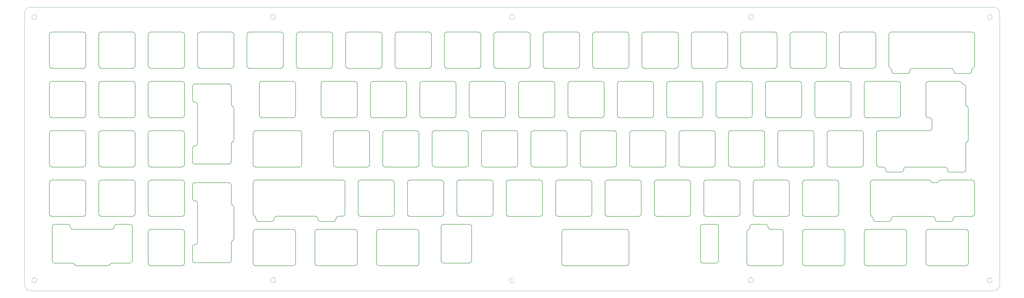
<source format=gbr>
%TF.GenerationSoftware,KiCad,Pcbnew,6.0.10-86aedd382b~118~ubuntu22.10.1*%
%TF.CreationDate,2023-02-06T19:01:29+01:00*%
%TF.ProjectId,southpaw75-ansi-iso-plate,736f7574-6870-4617-9737-352d616e7369,rev?*%
%TF.SameCoordinates,Original*%
%TF.FileFunction,Profile,NP*%
%FSLAX46Y46*%
G04 Gerber Fmt 4.6, Leading zero omitted, Abs format (unit mm)*
G04 Created by KiCad (PCBNEW 6.0.10-86aedd382b~118~ubuntu22.10.1) date 2023-02-06 19:01:29*
%MOMM*%
%LPD*%
G01*
G04 APERTURE LIST*
%TA.AperFunction,Profile*%
%ADD10C,0.050000*%
%TD*%
%TA.AperFunction,Profile*%
%ADD11C,0.200000*%
%TD*%
G04 APERTURE END LIST*
D10*
X385810250Y-88027000D02*
X392954000Y-88027000D01*
X392954000Y-88027000D02*
X395335250Y-88027000D01*
X21479000Y-195183250D02*
X21479000Y-90408250D01*
X397716500Y-90408250D02*
X397716500Y-195183250D01*
D11*
X82220006Y-187850007D02*
G75*
G03*
X83220007Y-186850007I94J999907D01*
G01*
X350202760Y-148751340D02*
G75*
G03*
X351202692Y-149751340I999940J-60D01*
G01*
X55377050Y-186850007D02*
G75*
G03*
X54511025Y-187350000I50J-1000093D01*
G01*
X240382571Y-167800038D02*
X240382571Y-155800031D01*
X253670078Y-97650000D02*
X241670072Y-97650000D01*
X141657518Y-149750028D02*
X153657524Y-149750028D01*
X182263790Y-172850041D02*
X182263790Y-185850048D01*
X83220000Y-174850001D02*
G75*
G03*
X82220006Y-173850000I-1000000J1D01*
G01*
X297820092Y-110650007D02*
G75*
G03*
X298820103Y-111650008I1000008J7D01*
G01*
X107319992Y-110650007D02*
G75*
G03*
X108320000Y-111650008I1000008J7D01*
G01*
X315582612Y-154800031D02*
X303582605Y-154800031D01*
X229763815Y-187850049D02*
X253670078Y-187850049D01*
X346445128Y-173850127D02*
G75*
G03*
X345445127Y-174850042I72J-1000073D01*
G01*
X370252691Y-116701391D02*
G75*
G03*
X369252691Y-117701340I-91J-999909D01*
G01*
X182232540Y-154800031D02*
X170232533Y-154800031D01*
X283532662Y-167800038D02*
G75*
G03*
X284532595Y-168800038I999938J-62D01*
G01*
X287007596Y-149750096D02*
G75*
G03*
X288007596Y-148750028I-96J1000096D01*
G01*
X269245087Y-117700011D02*
X269245087Y-129700017D01*
X307057579Y-136750021D02*
G75*
G03*
X306057607Y-135750021I-999979J21D01*
G01*
X164182469Y-155800031D02*
G75*
G03*
X163182530Y-154800031I-999969J31D01*
G01*
X150182461Y-167800038D02*
G75*
G03*
X151182523Y-168800039I1000039J38D01*
G01*
X231145082Y-129700017D02*
G75*
G03*
X232145067Y-130700018I1000018J17D01*
G01*
X354970113Y-110650001D02*
G75*
G03*
X355513630Y-111539724I999987J1D01*
G01*
X225095063Y-130700064D02*
G75*
G03*
X226095064Y-129700017I-63J1000064D01*
G01*
X326107617Y-148750028D02*
X326107617Y-136750021D01*
X317870113Y-97650012D02*
G75*
G03*
X316870112Y-98650001I87J-1000088D01*
G01*
X159420027Y-110650007D02*
X159420027Y-98650001D01*
X358445135Y-130700036D02*
G75*
G03*
X359445136Y-129700017I65J999936D01*
G01*
X347821397Y-167800038D02*
G75*
G03*
X348370894Y-168802970I1189903J-62D01*
G01*
X183520041Y-98650001D02*
X183520041Y-110650007D01*
X183519993Y-110650007D02*
G75*
G03*
X184520041Y-111650007I1000007J7D01*
G01*
X239382571Y-154800031D02*
X227382564Y-154800031D01*
X87269999Y-179712999D02*
G75*
G03*
X86269999Y-180712974I1J-1000001D01*
G01*
X300760726Y-173952343D02*
G75*
G03*
X300201353Y-174850042I440574J-897657D01*
G01*
X151182523Y-168800039D02*
X163182530Y-168800039D01*
X269245083Y-129700017D02*
G75*
G03*
X270245087Y-130700017I1000017J17D01*
G01*
X350202692Y-136751340D02*
X350202692Y-148751340D01*
X177470037Y-97650000D02*
X165470031Y-97650000D01*
X254670079Y-110650007D02*
X254670079Y-98650001D01*
X145140461Y-155775939D02*
G75*
G03*
X144140392Y-154775939I-1000061J-61D01*
G01*
X82220006Y-97650000D02*
X70220000Y-97650000D01*
X337013873Y-187850074D02*
G75*
G03*
X338013874Y-186850048I-73J1000074D01*
G01*
X197807471Y-148750028D02*
G75*
G03*
X198807549Y-149750029I1000029J28D01*
G01*
X385133929Y-140092342D02*
G75*
G03*
X385633942Y-139226340I-499829J865942D01*
G01*
D10*
X21479000Y-195183250D02*
G75*
G03*
X23860250Y-197564500I2381250J0D01*
G01*
D11*
X87269999Y-141612974D02*
X87269999Y-141612974D01*
X87269999Y-117736999D02*
G75*
G03*
X86269999Y-118736974I1J-1000001D01*
G01*
X289295098Y-116699997D02*
G75*
G03*
X288295097Y-117700011I102J-1000103D01*
G01*
X102269986Y-165274974D02*
G75*
G03*
X101770000Y-164408949I-999886J74D01*
G01*
X273720099Y-98650001D02*
G75*
G03*
X272720089Y-97650001I-999999J1D01*
G01*
X126082489Y-117700011D02*
G75*
G03*
X125082509Y-116700011I-999989J11D01*
G01*
X169232562Y-167800038D02*
G75*
G03*
X170232533Y-168800038I999938J-62D01*
G01*
X358445135Y-116700010D02*
X346445128Y-116700010D01*
X346445128Y-130700018D02*
X358445135Y-130700018D01*
X321632561Y-167800038D02*
G75*
G03*
X322632616Y-168800039I1000039J38D01*
G01*
X192757579Y-136750021D02*
G75*
G03*
X191757545Y-135750021I-999979J21D01*
G01*
X82220006Y-130700007D02*
G75*
G03*
X83220007Y-129700007I94J999907D01*
G01*
X245432562Y-167800038D02*
G75*
G03*
X246432574Y-168800038I1000038J38D01*
G01*
X133513763Y-174850042D02*
X133513763Y-186850048D01*
X100269999Y-148612999D02*
G75*
G03*
X101269999Y-147612974I1J999999D01*
G01*
X87269999Y-155836974D02*
X100269999Y-155836974D01*
X298820103Y-97650002D02*
G75*
G03*
X297820102Y-98650001I97J-1000098D01*
G01*
X373289341Y-155800032D02*
X372083443Y-155800031D01*
X101270006Y-111650007D02*
G75*
G03*
X102270007Y-110650007I94J999907D01*
G01*
X108320000Y-97649999D02*
G75*
G03*
X107319999Y-98650001I100J-1000101D01*
G01*
X50169999Y-117700001D02*
X50169999Y-129700007D01*
X89270000Y-111650008D02*
X101270006Y-111650008D01*
X172707535Y-173850041D02*
X158326277Y-173850041D01*
X213095056Y-130700018D02*
X225095063Y-130700018D01*
X384638899Y-173850041D02*
X370257641Y-173850041D01*
X300760756Y-173952406D02*
G75*
G03*
X301320105Y-173054658I-440856J897806D01*
G01*
X265482585Y-154800085D02*
G75*
G03*
X264482585Y-155800031I-85J-999915D01*
G01*
X101270026Y-118736974D02*
G75*
G03*
X100269999Y-117736974I-1000026J-26D01*
G01*
D10*
X302679000Y-91827000D02*
G75*
G03*
X302679000Y-91827000I-950000J0D01*
G01*
D11*
X383153566Y-117267166D02*
G75*
G03*
X382252691Y-116701341I-900866J-434234D01*
G01*
X70220000Y-149750008D02*
X82220006Y-149750008D01*
X146420020Y-97650019D02*
G75*
G03*
X145420019Y-98650001I80J-1000081D01*
G01*
X278770092Y-98650001D02*
X278770092Y-110650007D01*
X248907576Y-149750076D02*
G75*
G03*
X249907576Y-148750028I-76J1000076D01*
G01*
X369257641Y-174850042D02*
X369257641Y-186850048D01*
X83220007Y-186850007D02*
X83220007Y-174850001D01*
D10*
X26229000Y-91827000D02*
G75*
G03*
X26229000Y-91827000I-950000J0D01*
G01*
D11*
X127370010Y-97650009D02*
G75*
G03*
X126370009Y-98650001I90J-1000091D01*
G01*
X51170000Y-149750008D02*
X63170006Y-149750008D01*
X39912949Y-186850000D02*
X33207000Y-186849999D01*
X216857572Y-148750028D02*
G75*
G03*
X217857559Y-149750028I1000028J28D01*
G01*
X201282550Y-154800031D02*
X189282544Y-154800031D01*
X134513764Y-173850063D02*
G75*
G03*
X133513763Y-174850042I-64J-999937D01*
G01*
X32120000Y-97649999D02*
G75*
G03*
X31119999Y-98650001I100J-1000101D01*
G01*
X207045089Y-117700011D02*
G75*
G03*
X206045053Y-116700011I-999989J11D01*
G01*
X141657518Y-135750018D02*
G75*
G03*
X140657518Y-136750021I82J-1000082D01*
G01*
X321345090Y-117700011D02*
G75*
G03*
X320345114Y-116700010I-999990J11D01*
G01*
X62083000Y-186850000D02*
G75*
G03*
X63083000Y-185849999I0J1000000D01*
G01*
X260720082Y-111650008D02*
X272720089Y-111650008D01*
X56083000Y-172849999D02*
X56083000Y-172849999D01*
X307320107Y-171850040D02*
X302320105Y-171850040D01*
X139370017Y-111650018D02*
G75*
G03*
X140370018Y-110650007I83J999918D01*
G01*
X82220006Y-116700000D02*
X70220000Y-116700000D01*
X387476641Y-111539751D02*
G75*
G03*
X386933130Y-112429453I456359J-889649D01*
G01*
X306057607Y-135750021D02*
X294057600Y-135750021D01*
D10*
X302679000Y-193477000D02*
G75*
G03*
X302679000Y-193477000I-950000J0D01*
G01*
D11*
X337013873Y-173850041D02*
X322632616Y-173850041D01*
X306057607Y-149750107D02*
G75*
G03*
X307057607Y-148750028I93J999907D01*
G01*
X244145073Y-116700010D02*
X232145067Y-116700010D01*
X360826386Y-173850041D02*
X346445128Y-173850041D01*
X154945025Y-117700011D02*
X154945025Y-129700017D01*
X322632616Y-154800116D02*
G75*
G03*
X321632616Y-155800031I84J-1000084D01*
G01*
X384633942Y-118788340D02*
X384633942Y-125494289D01*
X231145066Y-117700011D02*
X231145066Y-129700017D01*
X32120000Y-130700008D02*
X44120006Y-130700008D01*
X321632551Y-186850048D02*
G75*
G03*
X322632616Y-187850049I1000049J48D01*
G01*
X148895022Y-116700010D02*
X136895015Y-116700010D01*
X70220000Y-111650008D02*
X82220006Y-111650008D01*
X53645000Y-187850000D02*
X41645000Y-187850000D01*
X112082483Y-129700017D02*
G75*
G03*
X113082502Y-130700017I1000017J17D01*
G01*
X388020112Y-98650001D02*
G75*
G03*
X387015145Y-97650000I-1000012J1D01*
G01*
X174995036Y-130700018D02*
X186995042Y-130700018D01*
X157326276Y-174850042D02*
X157326276Y-186850048D01*
X101270000Y-125442924D02*
X101269999Y-118736974D01*
X70220000Y-97649999D02*
G75*
G03*
X69219999Y-98650001I100J-1000101D01*
G01*
X226382564Y-155800031D02*
X226382564Y-167800038D01*
X64170007Y-129700007D02*
X64170007Y-117700001D01*
X193045083Y-129700017D02*
G75*
G03*
X194045046Y-130700017I1000017J17D01*
G01*
X361826359Y-174850042D02*
G75*
G03*
X360826386Y-173850041I-999959J42D01*
G01*
X353670942Y-150751340D02*
X353670942Y-150751340D01*
X267957586Y-149750086D02*
G75*
G03*
X268957586Y-148750028I-86J1000086D01*
G01*
X370257641Y-173850040D02*
G75*
G03*
X369257640Y-174850042I-41J-999960D01*
G01*
X102269986Y-127174974D02*
G75*
G03*
X101770000Y-126308949I-999886J74D01*
G01*
X69219992Y-129700007D02*
G75*
G03*
X70220000Y-130700008I1000008J7D01*
G01*
X88270026Y-125736974D02*
G75*
G03*
X87269999Y-124736974I-1000026J-26D01*
G01*
X101770011Y-140041019D02*
G75*
G03*
X102270000Y-139174974I-500011J866019D01*
G01*
X86270026Y-161836974D02*
G75*
G03*
X87269999Y-162836974I999974J-26D01*
G01*
X302582605Y-155800031D02*
X302582605Y-167800038D01*
X313201361Y-173850041D02*
X309320108Y-173850041D01*
X222620062Y-97650061D02*
G75*
G03*
X221620061Y-98650001I-62J-999939D01*
G01*
X187995043Y-129700017D02*
X187995043Y-117700011D01*
X221332561Y-167800038D02*
X221332561Y-155800031D01*
X40779013Y-187349978D02*
G75*
G03*
X39912949Y-186850000I-866013J-500022D01*
G01*
X87269999Y-162836974D02*
X87269999Y-162836974D01*
X212094983Y-129700017D02*
G75*
G03*
X213095056Y-130700017I1000017J17D01*
G01*
X383634392Y-151750042D02*
G75*
G03*
X384633942Y-150751340I808J998742D01*
G01*
X86269999Y-156836974D02*
X86269999Y-161836974D01*
X384633931Y-125494289D02*
G75*
G03*
X385133942Y-126360314I999969J-11D01*
G01*
X173994982Y-129700017D02*
G75*
G03*
X174995036Y-130700018I1000018J17D01*
G01*
X208332554Y-168800039D02*
X220332560Y-168800039D01*
X202282551Y-167800038D02*
X202282551Y-155800031D01*
X258432581Y-168800082D02*
G75*
G03*
X259432582Y-167800038I-81J1000082D01*
G01*
X288263847Y-186850047D02*
G75*
G03*
X289263847Y-185850048I-47J1000047D01*
G01*
X110796160Y-169775940D02*
G75*
G03*
X111796141Y-170775940I999940J-60D01*
G01*
X69219999Y-155800001D02*
X69219999Y-167800007D01*
X347821385Y-155800031D02*
X347821385Y-167800038D01*
X83220007Y-129700007D02*
X83220007Y-117700001D01*
X70220000Y-130700008D02*
X82220006Y-130700008D01*
D10*
X395335250Y-197564500D02*
G75*
G03*
X397716500Y-195183250I-50J2381300D01*
G01*
D11*
X194045046Y-130700018D02*
X206045053Y-130700018D01*
X278482570Y-155800031D02*
G75*
G03*
X277482591Y-154800030I-999970J31D01*
G01*
X88270026Y-163836974D02*
G75*
G03*
X87269999Y-162836974I-1000026J-26D01*
G01*
X273720089Y-110650007D02*
X273720089Y-98650001D01*
X87269999Y-155836999D02*
G75*
G03*
X86269999Y-156836974I1J-1000001D01*
G01*
X255957580Y-149750028D02*
X267957586Y-149750028D01*
X264195084Y-129700017D02*
X264195084Y-117700011D01*
X89270000Y-97649999D02*
G75*
G03*
X88269999Y-98650001I100J-1000101D01*
G01*
X270245087Y-130700018D02*
X282245094Y-130700018D01*
X207332553Y-155800031D02*
X207332553Y-167800038D01*
X345445128Y-117700011D02*
X345445128Y-129700017D01*
X291770099Y-111650000D02*
G75*
G03*
X292770100Y-110650007I101J999900D01*
G01*
X51170000Y-116699999D02*
G75*
G03*
X50169999Y-117700001I100J-1000101D01*
G01*
X268957587Y-148750028D02*
X268957587Y-136750021D01*
X82220006Y-135750000D02*
X70220000Y-135750000D01*
X102270000Y-165274974D02*
X102270000Y-177274974D01*
X240669992Y-110650007D02*
G75*
G03*
X241670072Y-111650008I1000008J7D01*
G01*
X246432574Y-154800074D02*
G75*
G03*
X245432574Y-155800031I-74J-999926D01*
G01*
X165470031Y-97649930D02*
G75*
G03*
X164470030Y-98650001I169J-1000170D01*
G01*
X356057141Y-112429447D02*
G75*
G03*
X355513630Y-111539724I-1000241J-153D01*
G01*
X83220007Y-167800007D02*
X83220007Y-155800001D01*
X386933130Y-112429453D02*
X386933151Y-112650008D01*
X206045053Y-130700054D02*
G75*
G03*
X207045054Y-129700017I-53J1000054D01*
G01*
X38207000Y-171849999D02*
X33207000Y-171849999D01*
X110796112Y-169555386D02*
G75*
G03*
X110252642Y-168665663I-1000212J-114D01*
G01*
X101270000Y-179007025D02*
X101269999Y-185712974D01*
X63170006Y-111650007D02*
G75*
G03*
X64170007Y-110650007I94J999907D01*
G01*
X359445136Y-129700017D02*
X359445136Y-117700011D01*
X44120006Y-149750007D02*
G75*
G03*
X45120007Y-148750007I94J999907D01*
G01*
X178757472Y-148750028D02*
G75*
G03*
X179757538Y-149750028I1000028J28D01*
G01*
X320345114Y-116700010D02*
X308345108Y-116700010D01*
X226094989Y-117700011D02*
G75*
G03*
X225095063Y-116700011I-999989J11D01*
G01*
X371217446Y-155300014D02*
G75*
G03*
X372083443Y-155800032I866054J500014D01*
G01*
X264482584Y-155800031D02*
X264482584Y-167800038D01*
X348913361Y-169800039D02*
G75*
G03*
X349913380Y-170800039I1000039J39D01*
G01*
X70220000Y-116699999D02*
G75*
G03*
X69219999Y-117700001I100J-1000101D01*
G01*
X40778975Y-187350000D02*
G75*
G03*
X41645000Y-187850000I866025J500000D01*
G01*
X172707535Y-135750021D02*
X160707528Y-135750021D01*
D10*
X23860250Y-88027000D02*
G75*
G03*
X21479000Y-90408250I0J-2381250D01*
G01*
D11*
X372789462Y-169800039D02*
G75*
G03*
X371789392Y-168800038I-1000062J-61D01*
G01*
X32120000Y-154799999D02*
G75*
G03*
X31119999Y-155800001I100J-1000101D01*
G01*
X87269999Y-124736974D02*
X87269999Y-124736974D01*
X87269999Y-179712974D02*
X87269999Y-179712974D01*
D10*
X394829000Y-91827000D02*
G75*
G03*
X394829000Y-91827000I-950000J0D01*
G01*
D11*
X380789398Y-168800038D02*
X387021398Y-168800039D01*
X86269999Y-180712974D02*
X86269999Y-185712974D01*
X345157628Y-148750028D02*
X345157628Y-136750021D01*
X345445083Y-129700017D02*
G75*
G03*
X346445128Y-130700017I1000017J17D01*
G01*
X167945032Y-130700033D02*
G75*
G03*
X168945033Y-129700017I68J999933D01*
G01*
X32120000Y-168800008D02*
X44120006Y-168800008D01*
X184520041Y-97650040D02*
G75*
G03*
X183520040Y-98650001I-41J-999960D01*
G01*
X144140392Y-168775992D02*
G75*
G03*
X145140392Y-167775940I-92J1000092D01*
G01*
X361675887Y-149750028D02*
X376551895Y-149750028D01*
X70220000Y-173849999D02*
G75*
G03*
X69219999Y-174850001I100J-1000101D01*
G01*
X321632615Y-174850042D02*
X321632615Y-186850048D01*
X160707528Y-149750028D02*
X172707535Y-149750028D01*
X55083000Y-173850000D02*
X40207000Y-173850000D01*
X192757545Y-148750028D02*
X192757545Y-136750021D01*
X321345115Y-129700017D02*
X321345115Y-117700011D01*
X158420027Y-97650000D02*
X146420020Y-97650000D01*
X236907569Y-135750069D02*
G75*
G03*
X235907569Y-136750021I-69J-999931D01*
G01*
X45120007Y-129700007D02*
X45120007Y-117700001D01*
X125082509Y-130700010D02*
G75*
G03*
X126082510Y-129700017I91J999910D01*
G01*
X203570051Y-111650008D02*
X215570058Y-111650008D01*
D10*
X210529000Y-91827000D02*
G75*
G03*
X210529000Y-91827000I-950000J0D01*
G01*
D11*
X338013874Y-186850048D02*
X338013874Y-174850042D01*
X302320105Y-171850104D02*
G75*
G03*
X301320104Y-172850041I-105J-999896D01*
G01*
X198807549Y-135750049D02*
G75*
G03*
X197807549Y-136750021I-49J-999951D01*
G01*
X245432574Y-155800031D02*
X245432574Y-167800038D01*
X86269999Y-142612974D02*
X86269999Y-147612974D01*
X263195084Y-116700010D02*
X251195077Y-116700010D01*
X63170006Y-149750007D02*
G75*
G03*
X64170007Y-148750007I94J999907D01*
G01*
X183263790Y-171850089D02*
G75*
G03*
X182263789Y-172850041I-90J-999911D01*
G01*
X191757545Y-149750045D02*
G75*
G03*
X192757545Y-148750028I-45J1000045D01*
G01*
X63170006Y-116700000D02*
X51170000Y-116700000D01*
X336920123Y-97650022D02*
G75*
G03*
X335920122Y-98650001I77J-1000078D01*
G01*
X101270016Y-163542924D02*
G75*
G03*
X101770000Y-164408949I999884J-76D01*
G01*
X360826386Y-187850087D02*
G75*
G03*
X361826387Y-186850048I-86J1000087D01*
G01*
X288295097Y-117700011D02*
X288295097Y-129700017D01*
X282263844Y-172850041D02*
X282263844Y-185850048D01*
X31119992Y-129700007D02*
G75*
G03*
X32120000Y-130700008I1000008J7D01*
G01*
X145140392Y-155775939D02*
X145140392Y-167775940D01*
X153657524Y-135750021D02*
X141657518Y-135750021D01*
X289263860Y-172850041D02*
G75*
G03*
X288263847Y-171850040I-999960J41D01*
G01*
X32120000Y-149750008D02*
X44120006Y-149750008D01*
X359675886Y-151750086D02*
G75*
G03*
X360675886Y-150750029I-86J1000086D01*
G01*
X118796142Y-168775939D02*
X133672142Y-168775939D01*
X240382569Y-155800031D02*
G75*
G03*
X239382571Y-154800031I-999969J31D01*
G01*
X125082509Y-187850010D02*
G75*
G03*
X126082510Y-186850048I-9J1000010D01*
G01*
X384638899Y-187850100D02*
G75*
G03*
X385638900Y-186850048I-99J1000100D01*
G01*
X225095063Y-116700010D02*
X213095056Y-116700010D01*
X125082509Y-173850041D02*
X110701251Y-173850041D01*
X268957580Y-136750021D02*
G75*
G03*
X267957586Y-135750020I-999980J21D01*
G01*
X357057134Y-113650009D02*
X362057137Y-113650009D01*
X55377050Y-186850000D02*
X62083000Y-186849999D01*
X307345082Y-129700017D02*
G75*
G03*
X308345108Y-130700018I1000018J17D01*
G01*
X186995042Y-130700043D02*
G75*
G03*
X187995043Y-129700017I58J999943D01*
G01*
X109709142Y-155775939D02*
X109709142Y-167775940D01*
X70220000Y-187850008D02*
X82220006Y-187850008D01*
X301320104Y-172850041D02*
X301320104Y-173054658D01*
X44120006Y-168800007D02*
G75*
G03*
X45120007Y-167800007I94J999907D01*
G01*
X235907572Y-148750028D02*
G75*
G03*
X236907569Y-149750028I1000028J28D01*
G01*
X173707535Y-186850048D02*
X173707535Y-174850042D01*
X177470037Y-111649938D02*
G75*
G03*
X178470038Y-110650007I163J999838D01*
G01*
X344157627Y-149750027D02*
G75*
G03*
X345157627Y-148750028I73J999927D01*
G01*
X140370017Y-110650007D02*
X140370017Y-98650001D01*
X303582605Y-154800105D02*
G75*
G03*
X302582605Y-155800031I95J-1000095D01*
G01*
X326107579Y-136750021D02*
G75*
G03*
X325107617Y-135750021I-999979J21D01*
G01*
X307057607Y-148750028D02*
X307057607Y-136750021D01*
X127463760Y-135750021D02*
X110701251Y-135750021D01*
X134672142Y-169775940D02*
X134672142Y-169775940D01*
X196520048Y-97650000D02*
X184520041Y-97650000D01*
X110709142Y-154775940D02*
X144140392Y-154775940D01*
X44120006Y-97650000D02*
X32120000Y-97650000D01*
X134672160Y-169775940D02*
G75*
G03*
X135672142Y-170775940I999940J-60D01*
G01*
X101770011Y-178141019D02*
G75*
G03*
X102270000Y-177274974I-500011J866019D01*
G01*
X44120006Y-116700000D02*
X32120000Y-116700000D01*
X282245094Y-116700010D02*
X270245087Y-116700010D01*
X259432569Y-155800031D02*
G75*
G03*
X258432581Y-154800031I-999969J31D01*
G01*
X373789393Y-170800040D02*
X378789396Y-170800040D01*
X82220006Y-111650007D02*
G75*
G03*
X83220007Y-110650007I94J999907D01*
G01*
X380789398Y-168800097D02*
G75*
G03*
X379789397Y-169800039I-98J-999903D01*
G01*
X44120006Y-111650007D02*
G75*
G03*
X45120007Y-110650007I94J999907D01*
G01*
X168944990Y-117700011D02*
G75*
G03*
X167945032Y-116700010I-999990J11D01*
G01*
X292770099Y-110650007D02*
X292770099Y-98650001D01*
X250195083Y-129700017D02*
G75*
G03*
X251195077Y-130700017I1000017J17D01*
G01*
X335920123Y-98650001D02*
X335920123Y-110650007D01*
X44120006Y-130700007D02*
G75*
G03*
X45120007Y-129700007I94J999907D01*
G01*
D10*
X210529000Y-193477000D02*
G75*
G03*
X210529000Y-193477000I-950000J0D01*
G01*
D11*
X128463761Y-148750028D02*
X128463761Y-136750021D01*
X229857566Y-149750066D02*
G75*
G03*
X230857566Y-148750028I-66J1000066D01*
G01*
X154944982Y-129700017D02*
G75*
G03*
X155945026Y-130700018I1000018J17D01*
G01*
X301295104Y-130700005D02*
G75*
G03*
X302295105Y-129700017I96J999905D01*
G01*
X149895089Y-117700011D02*
G75*
G03*
X148895022Y-116700011I-1000089J-89D01*
G01*
X179757538Y-135750038D02*
G75*
G03*
X178757538Y-136750021I62J-1000062D01*
G01*
X51170000Y-154799999D02*
G75*
G03*
X50169999Y-155800001I100J-1000101D01*
G01*
X207332561Y-167800038D02*
G75*
G03*
X208332554Y-168800039I1000039J38D01*
G01*
X88270000Y-163836974D02*
X88270000Y-178712974D01*
X335920193Y-110650007D02*
G75*
G03*
X336920123Y-111650007I999907J-93D01*
G01*
X353670960Y-150751340D02*
G75*
G03*
X352670942Y-149751340I-999960J40D01*
G01*
X149894958Y-174850042D02*
G75*
G03*
X148895022Y-173850042I-999958J42D01*
G01*
X292770099Y-98650001D02*
G75*
G03*
X291770099Y-97650001I-999999J1D01*
G01*
X216570058Y-110650007D02*
X216570058Y-98650001D01*
X173707479Y-136750021D02*
G75*
G03*
X172707535Y-135750021I-999979J21D01*
G01*
X217857559Y-149750028D02*
X229857566Y-149750028D01*
X120320006Y-97650000D02*
X108320000Y-97650000D01*
X109701251Y-174850042D02*
X109701251Y-186850048D01*
X310820109Y-97650000D02*
X298820103Y-97650000D01*
X51170000Y-135749999D02*
G75*
G03*
X50169999Y-136750001I100J-1000101D01*
G01*
X316582612Y-167800038D02*
X316582612Y-155800031D01*
X339395125Y-130700026D02*
G75*
G03*
X340395126Y-129700017I75J999926D01*
G01*
X182263752Y-185850048D02*
G75*
G03*
X183263790Y-186850048I1000048J48D01*
G01*
X206045053Y-116700010D02*
X194045046Y-116700010D01*
X64170007Y-148750007D02*
X64170007Y-136750001D01*
X53645000Y-187849950D02*
G75*
G03*
X54511025Y-187350000I0J1000050D01*
G01*
X303582605Y-168800039D02*
X315582612Y-168800039D01*
X370633942Y-130701340D02*
X370252691Y-130701340D01*
X191757545Y-135750021D02*
X179757538Y-135750021D01*
X364057138Y-111650008D02*
X378933146Y-111650008D01*
X69219999Y-136750001D02*
X69219999Y-148750007D01*
X63083001Y-172849999D02*
G75*
G03*
X62083000Y-171849999I-1000001J-1D01*
G01*
X344157627Y-135750021D02*
X332157621Y-135750021D01*
X248907576Y-135750021D02*
X236907569Y-135750021D01*
X163182530Y-168800031D02*
G75*
G03*
X164182531Y-167800038I70J999931D01*
G01*
X45120007Y-148750007D02*
X45120007Y-136750001D01*
X39207001Y-172849999D02*
G75*
G03*
X38207000Y-171849999I-1000001J-1D01*
G01*
X354913383Y-170800084D02*
G75*
G03*
X355913384Y-169800039I-83J1000084D01*
G01*
X101270026Y-156836974D02*
G75*
G03*
X100269999Y-155836974I-1000026J-26D01*
G01*
X158420027Y-111650028D02*
G75*
G03*
X159420028Y-110650007I73J999928D01*
G01*
X314201358Y-174850042D02*
G75*
G03*
X313201361Y-173850042I-999958J42D01*
G01*
X228763752Y-186850048D02*
G75*
G03*
X229763815Y-187850048I1000048J48D01*
G01*
X69219999Y-98650001D02*
X69219999Y-110650007D01*
X293057600Y-136750021D02*
X293057600Y-148750028D01*
X297820102Y-98650001D02*
X297820102Y-110650007D01*
X45120007Y-110650007D02*
X45120007Y-98650001D01*
X51170000Y-97649999D02*
G75*
G03*
X50169999Y-98650001I100J-1000101D01*
G01*
X32207000Y-172849999D02*
X32207000Y-185849999D01*
X308345108Y-116700007D02*
G75*
G03*
X307345107Y-117700011I92J-1000093D01*
G01*
X187994990Y-117700011D02*
G75*
G03*
X186995042Y-116700010I-999990J11D01*
G01*
X235620069Y-110650007D02*
X235620069Y-98650001D01*
X312107610Y-136750021D02*
X312107610Y-148750028D01*
X151182523Y-154800023D02*
G75*
G03*
X150182523Y-155800031I77J-1000077D01*
G01*
X101769989Y-140040981D02*
G75*
G03*
X101270000Y-140907025I500011J-866019D01*
G01*
X298820103Y-111650008D02*
X310820109Y-111650008D01*
X44120006Y-154800000D02*
X32120000Y-154800000D01*
X378789396Y-170800097D02*
G75*
G03*
X379789397Y-169800039I-96J1000097D01*
G01*
X258432581Y-154800031D02*
X246432574Y-154800031D01*
X283263844Y-171850043D02*
G75*
G03*
X282263843Y-172850041I-44J-999957D01*
G01*
X259720082Y-98650001D02*
X259720082Y-110650007D01*
X246432574Y-168800039D02*
X258432581Y-168800039D01*
X338013859Y-174850042D02*
G75*
G03*
X337013873Y-173850041I-999959J42D01*
G01*
X172707535Y-149750035D02*
G75*
G03*
X173707535Y-148750028I65J999935D01*
G01*
X64170000Y-155800001D02*
G75*
G03*
X63170006Y-154800000I-1000000J1D01*
G01*
X31119999Y-155800001D02*
X31119999Y-167800007D01*
X55083000Y-173850000D02*
G75*
G03*
X56083000Y-172849999I0J1000000D01*
G01*
X302295090Y-117700011D02*
G75*
G03*
X301295104Y-116700010I-999990J11D01*
G01*
X140672142Y-170775942D02*
G75*
G03*
X141672142Y-169775940I-42J1000042D01*
G01*
X300201352Y-186850048D02*
G75*
G03*
X301201354Y-187850048I1000048J48D01*
G01*
X335632623Y-167800038D02*
X335632623Y-155800031D01*
X164470030Y-98650001D02*
X164470030Y-110650007D01*
X135672142Y-170775939D02*
X140672142Y-170775939D01*
X226095063Y-129700017D02*
X226095063Y-117700011D01*
X322632616Y-168800039D02*
X334632622Y-168800039D01*
X211807556Y-148750028D02*
X211807556Y-136750021D01*
X83220000Y-98650001D02*
G75*
G03*
X82220006Y-97650000I-1000000J1D01*
G01*
X32120000Y-135749999D02*
G75*
G03*
X31119999Y-136750001I100J-1000101D01*
G01*
X63170006Y-97650000D02*
X51170000Y-97650000D01*
X51170000Y-111650008D02*
X63170006Y-111650008D01*
X157326251Y-186850048D02*
G75*
G03*
X158326277Y-187850049I1000049J48D01*
G01*
X228763815Y-174850042D02*
X228763815Y-186850048D01*
X167945032Y-116700010D02*
X155945026Y-116700010D01*
X259720093Y-110650007D02*
G75*
G03*
X260720082Y-111650007I1000007J7D01*
G01*
X370633942Y-135751342D02*
G75*
G03*
X371633942Y-134751340I-42J1000042D01*
G01*
X277482591Y-168800092D02*
G75*
G03*
X278482592Y-167800038I-91J1000092D01*
G01*
X184520041Y-111650008D02*
X196520048Y-111650008D01*
X377551871Y-150750029D02*
G75*
G03*
X376551895Y-149750029I-999971J29D01*
G01*
X308345108Y-130700018D02*
X320345114Y-130700018D01*
X277482591Y-154800031D02*
X265482585Y-154800031D01*
X51170000Y-168800008D02*
X63170006Y-168800008D01*
X197519999Y-98650001D02*
G75*
G03*
X196520048Y-97650001I-999799J201D01*
G01*
X215570058Y-111650059D02*
G75*
G03*
X216570059Y-110650007I-58J1000059D01*
G01*
X221620061Y-98650001D02*
X221620061Y-110650007D01*
X370252691Y-116701340D02*
X382252692Y-116701340D01*
X288007597Y-148750028D02*
X288007597Y-136750021D01*
X385633942Y-127226340D02*
X385633942Y-139226340D01*
X140657517Y-136750021D02*
X140657517Y-148750028D01*
X278770093Y-110650007D02*
G75*
G03*
X279770092Y-111650007I1000007J7D01*
G01*
X322632616Y-173850115D02*
G75*
G03*
X321632615Y-174850042I84J-1000085D01*
G01*
X109701252Y-186850048D02*
G75*
G03*
X110701251Y-187850048I1000048J48D01*
G01*
X188282561Y-167800038D02*
G75*
G03*
X189282544Y-168800039I1000039J38D01*
G01*
X211807480Y-136750021D02*
G75*
G03*
X210807555Y-135750020I-999980J21D01*
G01*
X331157620Y-136750021D02*
X331157620Y-148750028D01*
X226382562Y-167800038D02*
G75*
G03*
X227382564Y-168800038I1000038J38D01*
G01*
X112082502Y-117700011D02*
X112082502Y-129700017D01*
X348821386Y-154800086D02*
G75*
G03*
X347821386Y-155800031I-86J-999914D01*
G01*
X320345114Y-130700015D02*
G75*
G03*
X321345115Y-129700017I86J999915D01*
G01*
X288263847Y-171850040D02*
X283263844Y-171850040D01*
X169232533Y-155800031D02*
X169232533Y-167800038D01*
X202570051Y-98650001D02*
X202570051Y-110650007D01*
X297532669Y-155800031D02*
G75*
G03*
X296532602Y-154800031I-1000069J-69D01*
G01*
X316870113Y-98650001D02*
X316870113Y-110650007D01*
X387021398Y-168800099D02*
G75*
G03*
X388021399Y-167800038I-98J1000099D01*
G01*
X107319999Y-98650001D02*
X107319999Y-110650007D01*
X82220006Y-149750007D02*
G75*
G03*
X83220007Y-148750007I94J999907D01*
G01*
X183232569Y-155800031D02*
G75*
G03*
X182232540Y-154800031I-1000069J-69D01*
G01*
X110701251Y-187850049D02*
X125082509Y-187850049D01*
X317870113Y-111650008D02*
X329870120Y-111650008D01*
X121320007Y-110650007D02*
X121320007Y-98650001D01*
X349913380Y-170800040D02*
X354913383Y-170800040D01*
X178470038Y-110650007D02*
X178470038Y-98650001D01*
X126370010Y-98650001D02*
X126370010Y-110650007D01*
X31119999Y-136750001D02*
X31119999Y-148750007D01*
X149895022Y-129700017D02*
X149895022Y-117700011D01*
X110701251Y-149750028D02*
X127463760Y-149750028D01*
X297532602Y-167800038D02*
X297532602Y-155800031D01*
X210807555Y-149750055D02*
G75*
G03*
X211807555Y-148750028I-55J1000055D01*
G01*
X222620062Y-111650008D02*
X234620068Y-111650008D01*
X83220007Y-110650007D02*
X83220007Y-98650001D01*
X170232533Y-168800039D02*
X182232540Y-168800039D01*
X345157580Y-136750021D02*
G75*
G03*
X344157627Y-135750020I-999980J21D01*
G01*
X385633959Y-127226340D02*
G75*
G03*
X385133942Y-126360315I-1000259J-160D01*
G01*
X220332560Y-154800031D02*
X208332554Y-154800031D01*
X230857566Y-148750028D02*
X230857566Y-136750021D01*
X378551896Y-151750029D02*
X383634392Y-151750029D01*
X387015145Y-97650000D02*
X355965139Y-97650000D01*
X310820109Y-111650010D02*
G75*
G03*
X311820110Y-110650007I91J999910D01*
G01*
X354670942Y-151751340D02*
X359675886Y-151750029D01*
X126369993Y-110650007D02*
G75*
G03*
X127370010Y-111650007I1000007J7D01*
G01*
X109701172Y-148750028D02*
G75*
G03*
X110701251Y-149750028I1000128J128D01*
G01*
X316582569Y-155800031D02*
G75*
G03*
X315582612Y-154800031I-999969J31D01*
G01*
X101270016Y-125442924D02*
G75*
G03*
X101770000Y-126308949I999884J-76D01*
G01*
X267957586Y-135750021D02*
X255957580Y-135750021D01*
X133513751Y-186850048D02*
G75*
G03*
X134513764Y-187850049I1000049J48D01*
G01*
X229763815Y-173850114D02*
G75*
G03*
X228763814Y-174850042I85J-1000086D01*
G01*
X32120000Y-111650008D02*
X44120006Y-111650008D01*
X63170006Y-168800007D02*
G75*
G03*
X64170007Y-167800007I94J999907D01*
G01*
X168945033Y-129700017D02*
X168945033Y-117700011D01*
X296532602Y-154800031D02*
X284532595Y-154800031D01*
D10*
X395335250Y-197564500D02*
X23860250Y-197564500D01*
D11*
X39207000Y-172849999D02*
G75*
G03*
X40207000Y-173850000I1000000J-1D01*
G01*
X356913384Y-168800039D02*
X371789392Y-168800039D01*
X50169999Y-136750001D02*
X50169999Y-148750007D01*
X127463760Y-149750060D02*
G75*
G03*
X128463760Y-148750028I-60J1000060D01*
G01*
X83220000Y-155800001D02*
G75*
G03*
X82220006Y-154800000I-1000000J1D01*
G01*
X64170000Y-136750001D02*
G75*
G03*
X63170006Y-135750000I-1000000J1D01*
G01*
X196520048Y-111650049D02*
G75*
G03*
X197520049Y-110650007I-48J1000049D01*
G01*
X311820110Y-110650007D02*
X311820110Y-98650001D01*
X249907579Y-136750021D02*
G75*
G03*
X248907576Y-135750021I-999979J21D01*
G01*
X289263848Y-185850048D02*
X289263848Y-172850041D01*
X110701251Y-173850050D02*
G75*
G03*
X109701250Y-174850042I-51J-999950D01*
G01*
X64170007Y-167800007D02*
X64170007Y-155800001D01*
X135895015Y-117700011D02*
X135895015Y-129700017D01*
X369252760Y-129701340D02*
G75*
G03*
X370252691Y-130701340I999940J-60D01*
G01*
X194020046Y-185850048D02*
X194020046Y-172850041D01*
X322632616Y-187850049D02*
X337013873Y-187850049D01*
X388020130Y-110650007D02*
X388020130Y-98650001D01*
X351202692Y-149751340D02*
X352670942Y-149751340D01*
X174995036Y-116700035D02*
G75*
G03*
X173995035Y-117700011I64J-1000065D01*
G01*
X159707528Y-136750021D02*
X159707528Y-148750028D01*
X340395189Y-117700011D02*
G75*
G03*
X339395125Y-116700011I-1000089J-89D01*
G01*
X148895022Y-173850041D02*
X134513764Y-173850041D01*
X127370010Y-111650008D02*
X139370017Y-111650008D01*
X254670059Y-174850042D02*
G75*
G03*
X253670078Y-173850041I-999959J42D01*
G01*
X87269999Y-148612974D02*
X100269999Y-148612974D01*
X263195084Y-130700085D02*
G75*
G03*
X264195085Y-129700017I-84J1000085D01*
G01*
X274007571Y-148750028D02*
G75*
G03*
X275007590Y-149750029I1000029J28D01*
G01*
X245145074Y-129700017D02*
X245145074Y-117700011D01*
X207045053Y-129700017D02*
X207045053Y-117700011D01*
X385133925Y-140092335D02*
G75*
G03*
X384633942Y-140958390I500275J-866165D01*
G01*
X348913370Y-169800039D02*
G75*
G03*
X348370894Y-168802970I-1187470J39D01*
G01*
X255957580Y-135750080D02*
G75*
G03*
X254957580Y-136750021I-80J-999920D01*
G01*
X69219992Y-186850007D02*
G75*
G03*
X70220000Y-187850008I1000008J7D01*
G01*
X63083000Y-172849999D02*
X63083000Y-185849999D01*
X88269999Y-98650001D02*
X88269999Y-110650007D01*
X302582562Y-167800038D02*
G75*
G03*
X303582605Y-168800038I1000038J38D01*
G01*
X313107610Y-149750028D02*
X325107617Y-149750028D01*
X126082509Y-186850048D02*
X126082509Y-174850042D01*
X315582612Y-168800113D02*
G75*
G03*
X316582613Y-167800038I88J999913D01*
G01*
X379933192Y-112650008D02*
G75*
G03*
X380933147Y-113650008I1000008J8D01*
G01*
X57083000Y-171850000D02*
G75*
G03*
X56083000Y-172849999I0J-1000000D01*
G01*
X210807555Y-135750021D02*
X198807549Y-135750021D01*
X134672160Y-169775940D02*
G75*
G03*
X133672142Y-168775940I-999960J40D01*
G01*
X371633960Y-131701340D02*
G75*
G03*
X370633942Y-130701340I-999960J40D01*
G01*
X83220007Y-148750007D02*
X83220007Y-136750001D01*
X217857559Y-135750059D02*
G75*
G03*
X216857559Y-136750021I-59J-999941D01*
G01*
X170232533Y-154800033D02*
G75*
G03*
X169232533Y-155800031I67J-1000067D01*
G01*
X173707535Y-148750028D02*
X173707535Y-136750021D01*
X32120000Y-116699999D02*
G75*
G03*
X31119999Y-117700001I100J-1000101D01*
G01*
X173995035Y-117700011D02*
X173995035Y-129700017D01*
X86269999Y-118736974D02*
X86269999Y-123736974D01*
X203570051Y-97650050D02*
G75*
G03*
X202570050Y-98650001I-51J-999950D01*
G01*
X82220006Y-154800000D02*
X70220000Y-154800000D01*
X272720089Y-97650000D02*
X260720082Y-97650000D01*
X372789461Y-169800039D02*
G75*
G03*
X373789393Y-170800039I999939J-61D01*
G01*
X50169992Y-129700007D02*
G75*
G03*
X51170000Y-130700008I1000008J7D01*
G01*
X334632622Y-168800123D02*
G75*
G03*
X335632623Y-167800038I78J999923D01*
G01*
X69219992Y-148750007D02*
G75*
G03*
X70220000Y-149750008I1000008J7D01*
G01*
X145419993Y-110650007D02*
G75*
G03*
X146420020Y-111650007I1000007J7D01*
G01*
X388021370Y-155800031D02*
G75*
G03*
X387021398Y-154800030I-999970J31D01*
G01*
X259432581Y-167800038D02*
X259432581Y-155800031D01*
X113082502Y-130700018D02*
X125082509Y-130700018D01*
X154657480Y-136750021D02*
G75*
G03*
X153657524Y-135750020I-999980J21D01*
G01*
X220332560Y-168800061D02*
G75*
G03*
X221332561Y-167800038I-60J1000061D01*
G01*
X134513764Y-187850049D02*
X148895022Y-187850049D01*
X64170000Y-98650001D02*
G75*
G03*
X63170006Y-97650000I-1000000J1D01*
G01*
X197520048Y-110650007D02*
X197520048Y-98650001D01*
X346445128Y-187850049D02*
X360826386Y-187850049D01*
X229857566Y-135750021D02*
X217857559Y-135750021D01*
X193020046Y-171850040D02*
X183263790Y-171850040D01*
X253670078Y-173850041D02*
X229763815Y-173850041D01*
X173707558Y-174850042D02*
G75*
G03*
X172707535Y-173850042I-1000058J-58D01*
G01*
X164182530Y-167800038D02*
X164182530Y-155800031D01*
X254670079Y-186850048D02*
X254670079Y-174850042D01*
X87269999Y-141613000D02*
G75*
G03*
X88270000Y-140612974I1J1000000D01*
G01*
X254957571Y-148750028D02*
G75*
G03*
X255957580Y-149750029I1000029J28D01*
G01*
X283532595Y-155800031D02*
X283532595Y-167800038D01*
X159419999Y-98650001D02*
G75*
G03*
X158420027Y-97650001I-999999J1D01*
G01*
X155945026Y-116700025D02*
G75*
G03*
X154945025Y-117700011I74J-1000075D01*
G01*
X164470092Y-110650007D02*
G75*
G03*
X165470031Y-111650008I999908J-93D01*
G01*
X353670960Y-150751340D02*
G75*
G03*
X354670942Y-151751340I999940J-60D01*
G01*
X345445152Y-186850048D02*
G75*
G03*
X346445128Y-187850048I999948J-52D01*
G01*
X301295104Y-116700010D02*
X289295098Y-116700010D01*
X110701251Y-135749951D02*
G75*
G03*
X109701251Y-136750021I49J-1000049D01*
G01*
X236907569Y-149750028D02*
X248907576Y-149750028D01*
X383153522Y-117267187D02*
G75*
G03*
X383844154Y-117810684I900778J434087D01*
G01*
X216570099Y-98650001D02*
G75*
G03*
X215570058Y-97650001I-999999J1D01*
G01*
X369252691Y-117701340D02*
X369252691Y-129701340D01*
X102270007Y-110650007D02*
X102270007Y-98650001D01*
X86270026Y-123736974D02*
G75*
G03*
X87269999Y-124736974I999974J-26D01*
G01*
X121320000Y-98650001D02*
G75*
G03*
X120320006Y-97650000I-1000000J1D01*
G01*
X253670078Y-187850079D02*
G75*
G03*
X254670079Y-186850048I-78J1000079D01*
G01*
X354970130Y-98650001D02*
X354970130Y-110650001D01*
X70220000Y-154799999D02*
G75*
G03*
X69219999Y-155800001I100J-1000101D01*
G01*
X384633942Y-150751340D02*
X384633942Y-140958390D01*
X270245087Y-116700086D02*
G75*
G03*
X269245086Y-117700011I113J-1000114D01*
G01*
X212095056Y-117700011D02*
X212095056Y-129700017D01*
X69219999Y-117700001D02*
X69219999Y-129700007D01*
X250195077Y-117700011D02*
X250195077Y-129700017D01*
X159707472Y-148750028D02*
G75*
G03*
X160707528Y-149750028I1000028J28D01*
G01*
X330870099Y-98650001D02*
G75*
G03*
X329870120Y-97650001I-999999J1D01*
G01*
X345445128Y-174850042D02*
X345445128Y-186850048D01*
X283263844Y-186850048D02*
X288263847Y-186850048D01*
X265482585Y-168800039D02*
X277482591Y-168800039D01*
X234620068Y-97650000D02*
X222620062Y-97650000D01*
X294057600Y-149750028D02*
X306057607Y-149750028D01*
X160707528Y-135750028D02*
G75*
G03*
X159707528Y-136750021I72J-1000072D01*
G01*
X284532595Y-154800095D02*
G75*
G03*
X283532595Y-155800031I-95J-999905D01*
G01*
X82220006Y-168800007D02*
G75*
G03*
X83220007Y-167800007I94J999907D01*
G01*
X45120000Y-136750001D02*
G75*
G03*
X44120006Y-135750000I-1000000J1D01*
G01*
X340395125Y-129700017D02*
X340395125Y-117700011D01*
X158326277Y-187850049D02*
X172707535Y-187850049D01*
X327395118Y-130700018D02*
X339395125Y-130700018D01*
X348920130Y-111650031D02*
G75*
G03*
X349920131Y-110650007I70J999931D01*
G01*
X163182530Y-154800031D02*
X151182523Y-154800031D01*
X300201354Y-174850042D02*
X300201354Y-186850048D01*
X126082458Y-174850042D02*
G75*
G03*
X125082509Y-173850042I-999958J42D01*
G01*
X165470031Y-111650008D02*
X177470037Y-111650008D01*
X364057138Y-111649938D02*
G75*
G03*
X363057138Y-112650008I162J-1000162D01*
G01*
X230857579Y-136750021D02*
G75*
G03*
X229857566Y-135750021I-999979J21D01*
G01*
X379933193Y-112650008D02*
G75*
G03*
X378933146Y-111650007I-999993J8D01*
G01*
D10*
X397716500Y-90408250D02*
G75*
G03*
X395335250Y-88027000I-2381300J-50D01*
G01*
D11*
X313201361Y-187850062D02*
G75*
G03*
X314201362Y-186850048I-61J1000062D01*
G01*
X125082509Y-116700010D02*
X113082502Y-116700010D01*
X332157621Y-149750028D02*
X344157627Y-149750028D01*
X101769989Y-178140981D02*
G75*
G03*
X101270000Y-179007025I500011J-866019D01*
G01*
D10*
X394829000Y-193477000D02*
G75*
G03*
X394829000Y-193477000I-950000J0D01*
G01*
D11*
X289295098Y-130700018D02*
X301295104Y-130700018D01*
X86270026Y-185712974D02*
G75*
G03*
X87269999Y-186712974I999974J-26D01*
G01*
X385933150Y-113650051D02*
G75*
G03*
X386933151Y-112650008I-50J1000051D01*
G01*
X150182522Y-155800031D02*
X150182522Y-167800038D01*
X69219992Y-110650007D02*
G75*
G03*
X70220000Y-111650008I1000008J7D01*
G01*
X283245089Y-117700011D02*
G75*
G03*
X282245094Y-116700011I-999989J11D01*
G01*
X110709142Y-154775942D02*
G75*
G03*
X109709142Y-155775939I58J-1000058D01*
G01*
X325107617Y-135750021D02*
X313107610Y-135750021D01*
X221620092Y-110650007D02*
G75*
G03*
X222620062Y-111650008I1000008J7D01*
G01*
X116796142Y-170775942D02*
G75*
G03*
X117796142Y-169775940I-42J1000042D01*
G01*
X349920130Y-110650007D02*
X349920130Y-98650001D01*
X88270000Y-125736974D02*
X88270000Y-140612974D01*
X346445128Y-116700027D02*
G75*
G03*
X345445127Y-117700011I72J-1000073D01*
G01*
X194020059Y-172850041D02*
G75*
G03*
X193020046Y-171850041I-999959J41D01*
G01*
X282245094Y-130700095D02*
G75*
G03*
X283245095Y-129700017I106J999895D01*
G01*
X361826387Y-186850048D02*
X361826387Y-174850042D01*
X189282544Y-168800039D02*
X201282550Y-168800039D01*
X102270000Y-98650001D02*
G75*
G03*
X101270006Y-97650000I-1000000J1D01*
G01*
X87269999Y-186712974D02*
X100269999Y-186712974D01*
X100269999Y-186712999D02*
G75*
G03*
X101269999Y-185712974I1J999999D01*
G01*
X83220000Y-117700001D02*
G75*
G03*
X82220006Y-116700000I-1000000J1D01*
G01*
X349920199Y-98650001D02*
G75*
G03*
X348920130Y-97650001I-1000099J-99D01*
G01*
X197807548Y-136750021D02*
X197807548Y-148750028D01*
X294057600Y-135750100D02*
G75*
G03*
X293057600Y-136750021I100J-1000100D01*
G01*
X283245094Y-129700017D02*
X283245094Y-117700011D01*
X331157571Y-148750028D02*
G75*
G03*
X332157621Y-149750029I1000029J28D01*
G01*
X240670071Y-98650001D02*
X240670071Y-110650007D01*
X384633949Y-118788340D02*
G75*
G03*
X383844155Y-117810684I-999949J40D01*
G01*
X288007580Y-136750021D02*
G75*
G03*
X287007596Y-135750020I-999980J21D01*
G01*
X208332554Y-154800054D02*
G75*
G03*
X207332554Y-155800031I-54J-999946D01*
G01*
D10*
X118379000Y-91827000D02*
G75*
G03*
X118379000Y-91827000I-950000J0D01*
G01*
D11*
X330870120Y-110650007D02*
X330870120Y-98650001D01*
X282263852Y-185850048D02*
G75*
G03*
X283263844Y-186850048I1000048J48D01*
G01*
X62083000Y-171849999D02*
X57083000Y-171849999D01*
X111796141Y-170775939D02*
X116796142Y-170775939D01*
X102270000Y-127174974D02*
X102270000Y-139174974D01*
X126082509Y-129700017D02*
X126082509Y-117700011D01*
X182232540Y-168800041D02*
G75*
G03*
X183232541Y-167800038I60J999941D01*
G01*
X373289341Y-155800028D02*
G75*
G03*
X374155367Y-155300031I159J999728D01*
G01*
X193020046Y-186850046D02*
G75*
G03*
X194020046Y-185850048I-46J1000046D01*
G01*
X83220000Y-136750001D02*
G75*
G03*
X82220006Y-135750000I-1000000J1D01*
G01*
X279770092Y-111650008D02*
X291770099Y-111650008D01*
X128463780Y-136750021D02*
G75*
G03*
X127463760Y-135750020I-999980J21D01*
G01*
X356913384Y-168800084D02*
G75*
G03*
X355913384Y-169800039I-84J-999916D01*
G01*
X336920123Y-111650008D02*
X348920130Y-111650008D01*
X120320006Y-111650007D02*
G75*
G03*
X121320007Y-110650007I94J999907D01*
G01*
X183263790Y-186850048D02*
X193020046Y-186850048D01*
X64170007Y-110650007D02*
X64170007Y-98650001D01*
X355965139Y-97650043D02*
G75*
G03*
X354970130Y-98650001I5061J-1000057D01*
G01*
X194045046Y-116700045D02*
G75*
G03*
X193045045Y-117700011I-46J-999955D01*
G01*
X179757538Y-149750028D02*
X191757545Y-149750028D01*
X377551870Y-150750029D02*
G75*
G03*
X378551896Y-151750030I1000030J29D01*
G01*
X241670072Y-97650071D02*
G75*
G03*
X240670071Y-98650001I128J-1000129D01*
G01*
X327395118Y-116700017D02*
G75*
G03*
X326395117Y-117700011I82J-1000083D01*
G01*
X109709193Y-167775940D02*
G75*
G03*
X110252642Y-168665663I1000107J40D01*
G01*
X264195089Y-117700011D02*
G75*
G03*
X263195084Y-116700011I-999989J11D01*
G01*
X254670000Y-98650001D02*
G75*
G03*
X253670078Y-97650000I-1000000J1D01*
G01*
X178757538Y-136750021D02*
X178757538Y-148750028D01*
X202570093Y-110650007D02*
G75*
G03*
X203570051Y-111650007I1000007J7D01*
G01*
X153657524Y-149750024D02*
G75*
G03*
X154657524Y-148750028I76J999924D01*
G01*
X117796142Y-169775940D02*
X117796142Y-169775940D01*
X293057572Y-148750028D02*
G75*
G03*
X294057600Y-149750028I1000028J28D01*
G01*
X216857559Y-136750021D02*
X216857559Y-148750028D01*
X202282570Y-155800031D02*
G75*
G03*
X201282550Y-154800030I-999970J31D01*
G01*
X302295105Y-129700017D02*
X302295105Y-117700011D01*
X308320059Y-172850041D02*
G75*
G03*
X309320108Y-173850041I1000041J41D01*
G01*
X172707535Y-187850036D02*
G75*
G03*
X173707536Y-186850048I65J999936D01*
G01*
X241670072Y-111650008D02*
X253670078Y-111650008D01*
X50169992Y-167800007D02*
G75*
G03*
X51170000Y-168800008I1000008J7D01*
G01*
X148895022Y-187850123D02*
G75*
G03*
X149895023Y-186850048I78J999923D01*
G01*
X275007590Y-149750028D02*
X287007596Y-149750028D01*
X31119999Y-117700001D02*
X31119999Y-129700007D01*
X148895022Y-130700023D02*
G75*
G03*
X149895023Y-129700017I78J999923D01*
G01*
X308320060Y-172850041D02*
G75*
G03*
X307320107Y-171850040I-999960J41D01*
G01*
X232145067Y-130700018D02*
X244145073Y-130700018D01*
X232145067Y-116700066D02*
G75*
G03*
X231145066Y-117700011I-67J-999934D01*
G01*
X31119992Y-110650007D02*
G75*
G03*
X32120000Y-111650008I1000008J7D01*
G01*
X178470000Y-98650001D02*
G75*
G03*
X177470037Y-97650000I-1000000J1D01*
G01*
X275007590Y-135750090D02*
G75*
G03*
X274007590Y-136750021I-90J-999910D01*
G01*
X388021399Y-167800038D02*
X388021399Y-155800031D01*
X64170000Y-117700001D02*
G75*
G03*
X63170006Y-116700000I-1000000J1D01*
G01*
X149895022Y-186850048D02*
X149895022Y-174850042D01*
X136895015Y-130700018D02*
X148895022Y-130700018D01*
X145420020Y-98650001D02*
X145420020Y-110650007D01*
X213095056Y-116700055D02*
G75*
G03*
X212095055Y-117700011I-56J-999945D01*
G01*
X249907576Y-148750028D02*
X249907576Y-136750021D01*
D10*
X118379000Y-193477000D02*
G75*
G03*
X118379000Y-193477000I-950000J0D01*
G01*
D11*
X70220000Y-135749999D02*
G75*
G03*
X69219999Y-136750001I100J-1000101D01*
G01*
X296532602Y-168800103D02*
G75*
G03*
X297532603Y-167800038I-102J1000103D01*
G01*
X239382571Y-168800072D02*
G75*
G03*
X240382572Y-167800038I-71J1000072D01*
G01*
X311820100Y-98650001D02*
G75*
G03*
X310820109Y-97650000I-1000000J1D01*
G01*
X32207001Y-185849999D02*
G75*
G03*
X33207000Y-186849999I999999J-1D01*
G01*
X272720089Y-111650090D02*
G75*
G03*
X273720090Y-110650007I111J999890D01*
G01*
X227382564Y-168800039D02*
X239382571Y-168800039D01*
X45120000Y-117700001D02*
G75*
G03*
X44120006Y-116700000I-1000000J1D01*
G01*
X369257652Y-186850048D02*
G75*
G03*
X370257641Y-187850048I999748J-252D01*
G01*
X329870120Y-111650021D02*
G75*
G03*
X330870121Y-110650007I80J999921D01*
G01*
X193045046Y-117700011D02*
X193045046Y-129700017D01*
X371633942Y-134751340D02*
X371633942Y-131701340D01*
X284532595Y-168800039D02*
X296532602Y-168800039D01*
X118796142Y-168775942D02*
G75*
G03*
X117796142Y-169775940I58J-1000058D01*
G01*
X244145073Y-130700074D02*
G75*
G03*
X245145074Y-129700017I-73J1000074D01*
G01*
X50169992Y-110650007D02*
G75*
G03*
X51170000Y-111650008I1000008J7D01*
G01*
X189282544Y-154800044D02*
G75*
G03*
X188282544Y-155800031I-44J-999956D01*
G01*
X110796141Y-169775940D02*
X110796141Y-169555386D01*
X188282543Y-155800031D02*
X188282543Y-167800038D01*
X44120006Y-135750000D02*
X32120000Y-135750000D01*
X339395125Y-116700010D02*
X327395118Y-116700010D01*
X139370017Y-97650000D02*
X127370010Y-97650000D01*
X312107572Y-148750028D02*
G75*
G03*
X313107610Y-149750028I1000028J28D01*
G01*
X387021398Y-154800031D02*
X375021392Y-154800031D01*
X356057130Y-112429447D02*
X356057134Y-112650008D01*
X45120000Y-155800001D02*
G75*
G03*
X44120006Y-154800000I-1000000J1D01*
G01*
X326395183Y-129700017D02*
G75*
G03*
X327395118Y-130700017I999917J-83D01*
G01*
X380933147Y-113650009D02*
X385933150Y-113650009D01*
X39207000Y-172849999D02*
X39207000Y-172849999D01*
X146420020Y-111650008D02*
X158420027Y-111650008D01*
X31119992Y-167800007D02*
G75*
G03*
X32120000Y-168800008I1000008J7D01*
G01*
X87269999Y-117736974D02*
X100269999Y-117736974D01*
X385638859Y-174850042D02*
G75*
G03*
X384638899Y-173850041I-999959J42D01*
G01*
X371217411Y-155300035D02*
G75*
G03*
X370351391Y-154800030I-866011J-499965D01*
G01*
X335632570Y-155800031D02*
G75*
G03*
X334632622Y-154800030I-999970J31D01*
G01*
X142672142Y-168775942D02*
G75*
G03*
X141672142Y-169775940I58J-1000058D01*
G01*
X235907569Y-136750021D02*
X235907569Y-148750028D01*
X140369999Y-98650001D02*
G75*
G03*
X139370017Y-97650001I-999999J1D01*
G01*
X356057092Y-112650008D02*
G75*
G03*
X357057134Y-113650008I1000008J8D01*
G01*
D10*
X26229000Y-193477000D02*
G75*
G03*
X26229000Y-193477000I-950000J0D01*
G01*
D11*
X321632615Y-155800031D02*
X321632615Y-167800038D01*
X370351391Y-154800031D02*
X348821386Y-154800031D01*
X245145090Y-117700011D02*
G75*
G03*
X244145073Y-116700010I-999990J11D01*
G01*
X301201354Y-187850049D02*
X313201361Y-187850049D01*
X264482561Y-167800038D02*
G75*
G03*
X265482585Y-168800039I1000039J38D01*
G01*
X307345107Y-117700011D02*
X307345107Y-129700017D01*
X227382564Y-154800064D02*
G75*
G03*
X226382564Y-155800031I-64J-999936D01*
G01*
X51170000Y-130700008D02*
X63170006Y-130700008D01*
X385638900Y-186850048D02*
X385638900Y-174850042D01*
X69219992Y-167800007D02*
G75*
G03*
X70220000Y-168800008I1000008J7D01*
G01*
X158326277Y-173850076D02*
G75*
G03*
X157326276Y-174850042I-77J-999924D01*
G01*
X70220000Y-168800008D02*
X82220006Y-168800008D01*
X235620100Y-98650001D02*
G75*
G03*
X234620068Y-97650000I-1000000J1D01*
G01*
X351202692Y-135751340D02*
X370633942Y-135751340D01*
X251195077Y-130700018D02*
X263195084Y-130700018D01*
X316870093Y-110650007D02*
G75*
G03*
X317870113Y-111650007I1000007J7D01*
G01*
X274007589Y-136750021D02*
X274007589Y-148750028D01*
X86270026Y-147612974D02*
G75*
G03*
X87269999Y-148612974I999974J-26D01*
G01*
X279770092Y-97649991D02*
G75*
G03*
X278770091Y-98650001I108J-1000109D01*
G01*
X155945026Y-130700018D02*
X167945032Y-130700018D01*
X140657471Y-148750028D02*
G75*
G03*
X141657518Y-149750029I1000029J28D01*
G01*
X45120000Y-98650001D02*
G75*
G03*
X44120006Y-97650000I-1000000J1D01*
G01*
X329870120Y-97650000D02*
X317870113Y-97650000D01*
X370257641Y-187850049D02*
X384638899Y-187850049D01*
X87269999Y-141612999D02*
G75*
G03*
X86269999Y-142612974I1J-1000001D01*
G01*
X288295082Y-129700017D02*
G75*
G03*
X289295098Y-130700018I1000018J17D01*
G01*
X88269992Y-110650007D02*
G75*
G03*
X89270000Y-111650008I1000008J7D01*
G01*
X108320000Y-111650008D02*
X120320006Y-111650008D01*
X142672142Y-168775939D02*
X144140392Y-168775939D01*
X141672142Y-169775940D02*
X141672142Y-169775940D01*
X215570058Y-97650000D02*
X203570051Y-97650000D01*
X186995042Y-116700010D02*
X174995036Y-116700010D01*
X254957579Y-136750021D02*
X254957579Y-148750028D01*
X287007596Y-135750021D02*
X275007590Y-135750021D01*
X45120007Y-167800007D02*
X45120007Y-155800001D01*
X325107617Y-149750017D02*
G75*
G03*
X326107617Y-148750028I83J999917D01*
G01*
X50169992Y-148750007D02*
G75*
G03*
X51170000Y-149750008I1000008J7D01*
G01*
X387476626Y-111539722D02*
G75*
G03*
X388020130Y-110650007I-456326J889622D01*
G01*
X201282550Y-168800051D02*
G75*
G03*
X202282551Y-167800038I-50J1000051D01*
G01*
X362057137Y-113650038D02*
G75*
G03*
X363057138Y-112650008I63J999938D01*
G01*
X113082502Y-116700001D02*
G75*
G03*
X112082501Y-117700011I98J-1000099D01*
G01*
D10*
X23860250Y-88027000D02*
X385810250Y-88027000D01*
D11*
X101270000Y-140907025D02*
X101269999Y-147612974D01*
X334632622Y-154800031D02*
X322632616Y-154800031D01*
X278482592Y-167800038D02*
X278482592Y-155800031D01*
X375021392Y-154800022D02*
G75*
G03*
X374155367Y-155300031I108J-1000178D01*
G01*
X183232540Y-167800038D02*
X183232540Y-155800031D01*
X33207000Y-171850000D02*
G75*
G03*
X32207000Y-172849999I0J-1000000D01*
G01*
X198807549Y-149750028D02*
X210807555Y-149750028D01*
X50169999Y-98650001D02*
X50169999Y-110650007D01*
X101270006Y-97650000D02*
X89270000Y-97650000D01*
X260720082Y-97650081D02*
G75*
G03*
X259720081Y-98650001I118J-1000119D01*
G01*
X63170006Y-130700007D02*
G75*
G03*
X64170007Y-129700007I94J999907D01*
G01*
X50169999Y-155800001D02*
X50169999Y-167800007D01*
X87269999Y-179713000D02*
G75*
G03*
X88270000Y-178712974I1J1000000D01*
G01*
X69219999Y-174850001D02*
X69219999Y-186850007D01*
X63170006Y-154800000D02*
X51170000Y-154800000D01*
X109701251Y-136750021D02*
X109701251Y-148750028D01*
X31119999Y-98650001D02*
X31119999Y-110650007D01*
X326395118Y-117700011D02*
X326395118Y-129700017D01*
X291770099Y-97650000D02*
X279770092Y-97650000D01*
X101270000Y-163542924D02*
X101269999Y-156836974D01*
X63170006Y-135750000D02*
X51170000Y-135750000D01*
X251195077Y-116700076D02*
G75*
G03*
X250195076Y-117700011I-77J-999924D01*
G01*
X221332570Y-155800031D02*
G75*
G03*
X220332560Y-154800030I-999970J31D01*
G01*
X313107610Y-135750010D02*
G75*
G03*
X312107610Y-136750021I90J-1000090D01*
G01*
X234620068Y-111650069D02*
G75*
G03*
X235620069Y-110650007I-68J1000069D01*
G01*
X361675887Y-149750086D02*
G75*
G03*
X360675886Y-150750029I-87J-999914D01*
G01*
X359445090Y-117700011D02*
G75*
G03*
X358445135Y-116700010I-999990J11D01*
G01*
X82220006Y-173850000D02*
X70220000Y-173850000D01*
X332157621Y-135750021D02*
G75*
G03*
X331157621Y-136750021I79J-1000079D01*
G01*
X314201361Y-186850048D02*
X314201361Y-174850042D01*
X348920130Y-97650000D02*
X336920123Y-97650000D01*
X31119992Y-148750007D02*
G75*
G03*
X32120000Y-149750008I1000008J7D01*
G01*
X136895015Y-116700014D02*
G75*
G03*
X135895014Y-117700011I85J-1000086D01*
G01*
X135895083Y-129700017D02*
G75*
G03*
X136895015Y-130700017I999917J-83D01*
G01*
X154657525Y-148750028D02*
X154657525Y-136750021D01*
X351202692Y-135751392D02*
G75*
G03*
X350202692Y-136751340I-92J-999908D01*
G01*
X253670078Y-111650079D02*
G75*
G03*
X254670079Y-110650007I122J999879D01*
G01*
M02*

</source>
